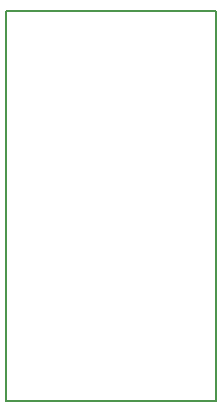
<source format=gbr>
G04 #@! TF.GenerationSoftware,KiCad,Pcbnew,(5.0.0-3-g5ebb6b6)*
G04 #@! TF.CreationDate,2019-01-26T00:17:38+00:00*
G04 #@! TF.ProjectId,QFN24_DIP,51464E32345F4449502E6B696361645F,rev?*
G04 #@! TF.SameCoordinates,Original*
G04 #@! TF.FileFunction,Profile,NP*
%FSLAX46Y46*%
G04 Gerber Fmt 4.6, Leading zero omitted, Abs format (unit mm)*
G04 Created by KiCad (PCBNEW (5.0.0-3-g5ebb6b6)) date Saturday, 26 January 2019 at 00:17:38*
%MOMM*%
%LPD*%
G01*
G04 APERTURE LIST*
%ADD10C,0.200000*%
G04 APERTURE END LIST*
D10*
X99060000Y-106680000D02*
X99060000Y-73660000D01*
X116840000Y-106680000D02*
X99060000Y-106680000D01*
X116840000Y-73660000D02*
X116840000Y-106680000D01*
X99060000Y-73660000D02*
X116840000Y-73660000D01*
M02*

</source>
